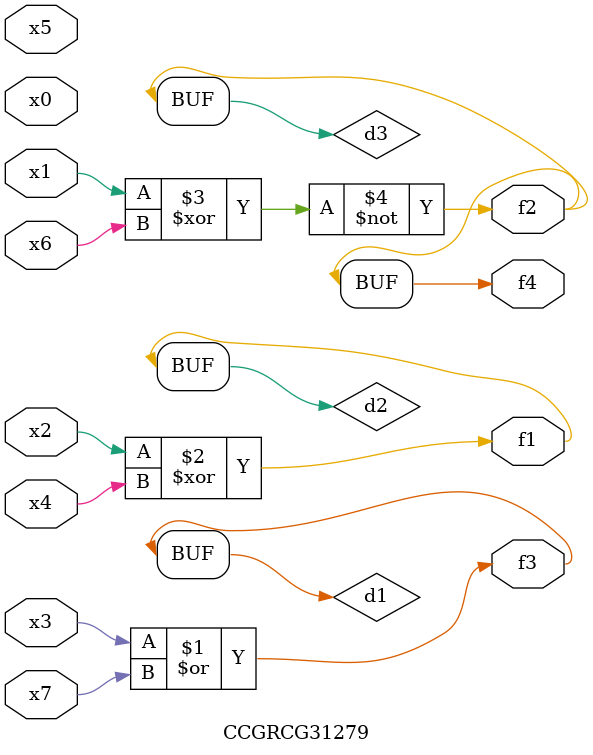
<source format=v>
module CCGRCG31279(
	input x0, x1, x2, x3, x4, x5, x6, x7,
	output f1, f2, f3, f4
);

	wire d1, d2, d3;

	or (d1, x3, x7);
	xor (d2, x2, x4);
	xnor (d3, x1, x6);
	assign f1 = d2;
	assign f2 = d3;
	assign f3 = d1;
	assign f4 = d3;
endmodule

</source>
